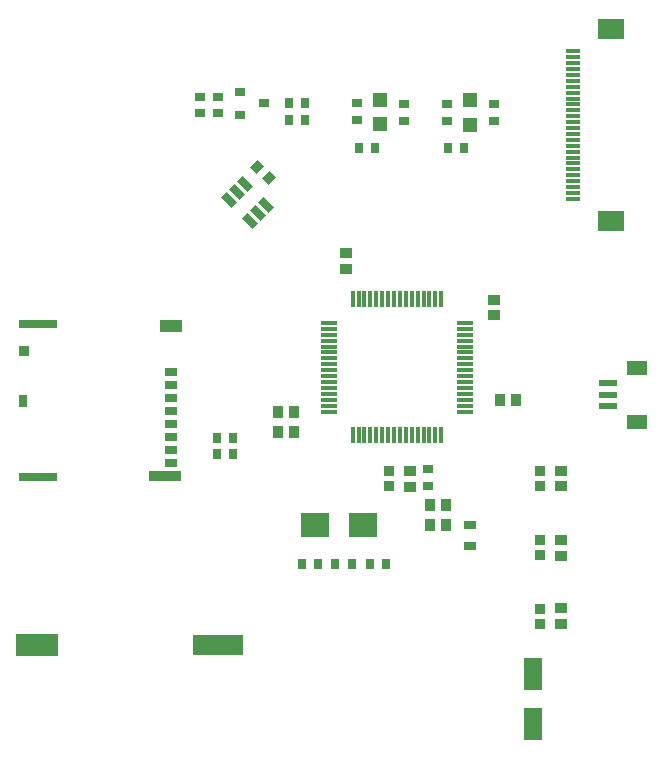
<source format=gtp>
G04*
G04 #@! TF.GenerationSoftware,Altium Limited,Altium Designer,23.3.1 (30)*
G04*
G04 Layer_Color=8421504*
%FSLAX25Y25*%
%MOIN*%
G70*
G04*
G04 #@! TF.SameCoordinates,6E427E01-6470-4732-AD83-5CA9447D70B9*
G04*
G04*
G04 #@! TF.FilePolarity,Positive*
G04*
G01*
G75*
G04:AMPARAMS|DCode=15|XSize=47.24mil|YSize=23.62mil|CornerRadius=0mil|HoleSize=0mil|Usage=FLASHONLY|Rotation=315.000|XOffset=0mil|YOffset=0mil|HoleType=Round|Shape=Rectangle|*
%AMROTATEDRECTD15*
4,1,4,-0.02506,0.00835,-0.00835,0.02506,0.02506,-0.00835,0.00835,-0.02506,-0.02506,0.00835,0.0*
%
%ADD15ROTATEDRECTD15*%

G04:AMPARAMS|DCode=16|XSize=35.43mil|YSize=31.5mil|CornerRadius=0mil|HoleSize=0mil|Usage=FLASHONLY|Rotation=45.000|XOffset=0mil|YOffset=0mil|HoleType=Round|Shape=Rectangle|*
%AMROTATEDRECTD16*
4,1,4,-0.00139,-0.02366,-0.02366,-0.00139,0.00139,0.02366,0.02366,0.00139,-0.00139,-0.02366,0.0*
%
%ADD16ROTATEDRECTD16*%

%ADD17R,0.03937X0.03543*%
%ADD18R,0.06102X0.02362*%
%ADD19R,0.07087X0.04724*%
%ADD20R,0.01181X0.05807*%
%ADD21R,0.05807X0.01181*%
%ADD22R,0.03150X0.03543*%
%ADD23R,0.03543X0.03150*%
%ADD24R,0.03543X0.03150*%
%ADD25R,0.03740X0.03347*%
%ADD26R,0.04724X0.04724*%
%ADD27R,0.06299X0.11024*%
%ADD28R,0.05118X0.01181*%
%ADD29R,0.08661X0.07087*%
%ADD30R,0.09449X0.07874*%
%ADD31R,0.04331X0.02756*%
%ADD32R,0.07205X0.04488*%
%ADD33R,0.11024X0.03386*%
%ADD34R,0.13110X0.02756*%
%ADD35R,0.03661X0.03543*%
%ADD36R,0.03071X0.04134*%
%ADD37R,0.17008X0.07165*%
%ADD38R,0.13858X0.07362*%
%ADD39R,0.03543X0.03937*%
%ADD40R,0.04449X0.02992*%
D15*
X417625Y373165D02*
D03*
X414980Y370520D02*
D03*
X412335Y367876D02*
D03*
X405375Y374835D02*
D03*
X408020Y377480D02*
D03*
X410665Y380124D02*
D03*
D16*
X418500Y382000D02*
D03*
X414603Y385897D02*
D03*
D17*
X493500Y336343D02*
D03*
Y341657D02*
D03*
X516000Y238815D02*
D03*
Y233500D02*
D03*
Y261500D02*
D03*
Y256185D02*
D03*
Y284658D02*
D03*
Y279343D02*
D03*
X465500Y279185D02*
D03*
Y284500D02*
D03*
X444400Y357157D02*
D03*
Y351842D02*
D03*
D18*
X531500Y306000D02*
D03*
Y309937D02*
D03*
Y313874D02*
D03*
D19*
X541441Y300882D02*
D03*
Y318992D02*
D03*
D20*
X446531Y296500D02*
D03*
X448500D02*
D03*
X450468D02*
D03*
X452437D02*
D03*
X454405Y296500D02*
D03*
X456374Y296500D02*
D03*
X458343D02*
D03*
X460311D02*
D03*
X462280D02*
D03*
X464248D02*
D03*
X466217D02*
D03*
X468185Y296500D02*
D03*
X470154Y296500D02*
D03*
X472122D02*
D03*
X474091D02*
D03*
X476059D02*
D03*
Y341681D02*
D03*
X474091D02*
D03*
X472122D02*
D03*
X470154D02*
D03*
X468185Y341681D02*
D03*
X466217Y341681D02*
D03*
X464248D02*
D03*
X462280D02*
D03*
X460311D02*
D03*
X458343D02*
D03*
X456374D02*
D03*
X454405Y341681D02*
D03*
X452437Y341681D02*
D03*
X450468D02*
D03*
X448500D02*
D03*
X446531D02*
D03*
D21*
X483886Y304327D02*
D03*
Y306295D02*
D03*
Y308264D02*
D03*
Y310232D02*
D03*
X483886Y312201D02*
D03*
X483886Y314169D02*
D03*
Y316138D02*
D03*
Y318106D02*
D03*
Y320075D02*
D03*
Y322043D02*
D03*
Y324012D02*
D03*
X483886Y325980D02*
D03*
X483886Y327949D02*
D03*
Y329917D02*
D03*
Y331886D02*
D03*
Y333854D02*
D03*
X438705D02*
D03*
Y331886D02*
D03*
Y329917D02*
D03*
Y327949D02*
D03*
X438705Y325980D02*
D03*
X438705Y324012D02*
D03*
Y322043D02*
D03*
Y320075D02*
D03*
Y318106D02*
D03*
Y316138D02*
D03*
Y314169D02*
D03*
X438705Y312201D02*
D03*
X438705Y310232D02*
D03*
Y308264D02*
D03*
Y306295D02*
D03*
Y304327D02*
D03*
D22*
X430756Y401500D02*
D03*
X425244D02*
D03*
X430756Y407000D02*
D03*
X425244D02*
D03*
X478244Y392000D02*
D03*
X483756D02*
D03*
X448488Y392000D02*
D03*
X454000D02*
D03*
X446256Y253500D02*
D03*
X440744D02*
D03*
X406756Y290000D02*
D03*
X401244D02*
D03*
X406756Y295500D02*
D03*
X401244D02*
D03*
X452244Y253500D02*
D03*
X457756D02*
D03*
X435000Y253500D02*
D03*
X429488D02*
D03*
D23*
X395500Y409256D02*
D03*
Y403744D02*
D03*
X401500Y403744D02*
D03*
Y409256D02*
D03*
X478000Y401244D02*
D03*
Y406756D02*
D03*
X448000Y401488D02*
D03*
Y407000D02*
D03*
X493500Y406756D02*
D03*
Y401244D02*
D03*
X463500Y406756D02*
D03*
Y401244D02*
D03*
X471500Y279488D02*
D03*
Y285000D02*
D03*
D24*
X416937Y407000D02*
D03*
X409063Y403260D02*
D03*
Y410740D02*
D03*
D25*
X458500Y279441D02*
D03*
Y284559D02*
D03*
X509000Y279500D02*
D03*
Y284618D02*
D03*
Y233441D02*
D03*
Y238559D02*
D03*
Y256382D02*
D03*
Y261500D02*
D03*
D26*
X455500Y408268D02*
D03*
Y400000D02*
D03*
X485500Y408134D02*
D03*
Y399866D02*
D03*
D27*
X506500Y200035D02*
D03*
Y216965D02*
D03*
D28*
X520000Y375189D02*
D03*
Y377157D02*
D03*
Y379126D02*
D03*
Y381095D02*
D03*
Y383063D02*
D03*
Y385032D02*
D03*
Y387000D02*
D03*
Y388968D02*
D03*
Y390937D02*
D03*
Y392905D02*
D03*
Y394874D02*
D03*
Y396843D02*
D03*
Y398811D02*
D03*
Y400779D02*
D03*
Y402748D02*
D03*
Y404716D02*
D03*
Y406685D02*
D03*
Y408653D02*
D03*
Y410622D02*
D03*
Y412591D02*
D03*
Y414559D02*
D03*
Y416528D02*
D03*
Y418496D02*
D03*
Y420465D02*
D03*
Y422433D02*
D03*
Y424402D02*
D03*
D29*
X532795Y367709D02*
D03*
Y431882D02*
D03*
D30*
X449874Y266500D02*
D03*
X434126D02*
D03*
D31*
X386000Y317484D02*
D03*
Y313154D02*
D03*
Y308823D02*
D03*
Y304492D02*
D03*
Y300161D02*
D03*
Y295831D02*
D03*
Y291500D02*
D03*
Y287169D02*
D03*
D32*
X385941Y332760D02*
D03*
D33*
X384032Y282917D02*
D03*
D34*
X341650Y282602D02*
D03*
Y333626D02*
D03*
D35*
X336925Y324532D02*
D03*
D36*
X336630Y307740D02*
D03*
D37*
X401653Y226500D02*
D03*
D38*
X341181D02*
D03*
D39*
X421685Y297500D02*
D03*
X427000D02*
D03*
X421685Y304000D02*
D03*
X427000D02*
D03*
X500815Y308000D02*
D03*
X495500D02*
D03*
X472185Y273000D02*
D03*
X477500D02*
D03*
X472185Y266500D02*
D03*
X477500D02*
D03*
D40*
X485500Y259555D02*
D03*
Y266445D02*
D03*
M02*

</source>
